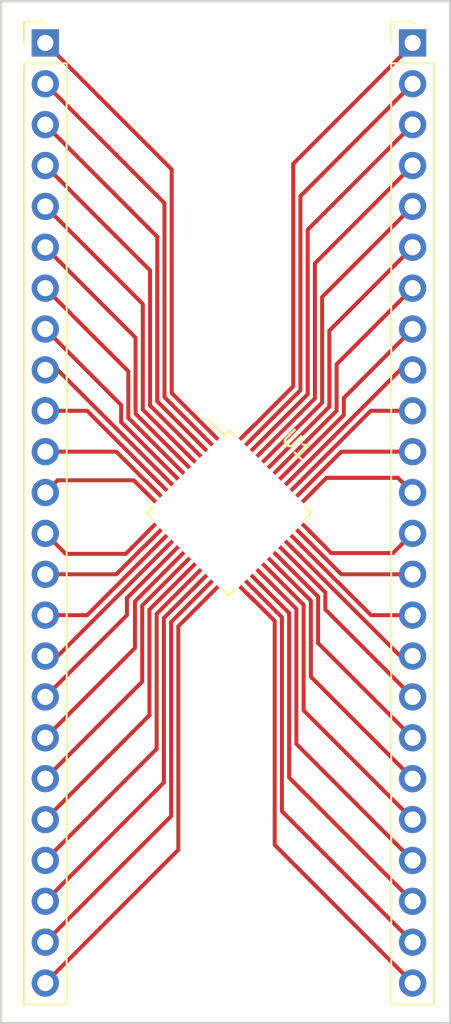
<source format=kicad_pcb>
(kicad_pcb (version 4) (host pcbnew 4.0.6)

  (general
    (links 48)
    (no_connects 0)
    (area 0 0 0 0)
    (thickness 1.6)
    (drawings 4)
    (tracks 177)
    (zones 0)
    (modules 3)
    (nets 49)
  )

  (page A4)
  (layers
    (0 F.Cu signal)
    (31 B.Cu signal)
    (32 B.Adhes user)
    (33 F.Adhes user)
    (34 B.Paste user)
    (35 F.Paste user)
    (36 B.SilkS user)
    (37 F.SilkS user)
    (38 B.Mask user)
    (39 F.Mask user)
    (40 Dwgs.User user)
    (41 Cmts.User user)
    (42 Eco1.User user)
    (43 Eco2.User user)
    (44 Edge.Cuts user)
    (45 Margin user)
    (46 B.CrtYd user)
    (47 F.CrtYd user)
    (48 B.Fab user)
    (49 F.Fab user)
  )

  (setup
    (last_trace_width 0.25)
    (trace_clearance 0.2)
    (zone_clearance 0.508)
    (zone_45_only no)
    (trace_min 0.2)
    (segment_width 0.2)
    (edge_width 0.15)
    (via_size 0.6)
    (via_drill 0.4)
    (via_min_size 0.4)
    (via_min_drill 0.3)
    (uvia_size 0.3)
    (uvia_drill 0.1)
    (uvias_allowed no)
    (uvia_min_size 0.2)
    (uvia_min_drill 0.1)
    (pcb_text_width 0.3)
    (pcb_text_size 1.5 1.5)
    (mod_edge_width 0.15)
    (mod_text_size 1 1)
    (mod_text_width 0.15)
    (pad_size 1.524 1.524)
    (pad_drill 0.762)
    (pad_to_mask_clearance 0.2)
    (aux_axis_origin 0 0)
    (visible_elements FFFFF77F)
    (pcbplotparams
      (layerselection 0x00030_80000001)
      (usegerberextensions false)
      (excludeedgelayer true)
      (linewidth 0.101600)
      (plotframeref false)
      (viasonmask false)
      (mode 1)
      (useauxorigin false)
      (hpglpennumber 1)
      (hpglpenspeed 20)
      (hpglpendiameter 15)
      (hpglpenoverlay 2)
      (psnegative false)
      (psa4output false)
      (plotreference true)
      (plotvalue true)
      (plotinvisibletext false)
      (padsonsilk false)
      (subtractmaskfromsilk false)
      (outputformat 1)
      (mirror false)
      (drillshape 1)
      (scaleselection 1)
      (outputdirectory ""))
  )

  (net 0 "")
  (net 1 "Net-(J1-Pad1)")
  (net 2 "Net-(J1-Pad2)")
  (net 3 "Net-(J1-Pad3)")
  (net 4 "Net-(J1-Pad4)")
  (net 5 "Net-(J1-Pad5)")
  (net 6 "Net-(J1-Pad6)")
  (net 7 "Net-(J1-Pad7)")
  (net 8 "Net-(J1-Pad8)")
  (net 9 "Net-(J1-Pad9)")
  (net 10 "Net-(J1-Pad10)")
  (net 11 "Net-(J1-Pad11)")
  (net 12 "Net-(J1-Pad12)")
  (net 13 "Net-(J1-Pad13)")
  (net 14 "Net-(J1-Pad14)")
  (net 15 "Net-(J1-Pad15)")
  (net 16 "Net-(J1-Pad16)")
  (net 17 "Net-(J1-Pad17)")
  (net 18 "Net-(J1-Pad18)")
  (net 19 "Net-(J1-Pad19)")
  (net 20 "Net-(J1-Pad20)")
  (net 21 "Net-(J1-Pad21)")
  (net 22 "Net-(J1-Pad22)")
  (net 23 "Net-(J1-Pad23)")
  (net 24 "Net-(J1-Pad24)")
  (net 25 "Net-(J2-Pad1)")
  (net 26 "Net-(J2-Pad2)")
  (net 27 "Net-(J2-Pad3)")
  (net 28 "Net-(J2-Pad4)")
  (net 29 "Net-(J2-Pad5)")
  (net 30 "Net-(J2-Pad6)")
  (net 31 "Net-(J2-Pad7)")
  (net 32 "Net-(J2-Pad8)")
  (net 33 "Net-(J2-Pad9)")
  (net 34 "Net-(J2-Pad10)")
  (net 35 "Net-(J2-Pad11)")
  (net 36 "Net-(J2-Pad12)")
  (net 37 "Net-(J2-Pad13)")
  (net 38 "Net-(J2-Pad14)")
  (net 39 "Net-(J2-Pad15)")
  (net 40 "Net-(J2-Pad16)")
  (net 41 "Net-(J2-Pad17)")
  (net 42 "Net-(J2-Pad18)")
  (net 43 "Net-(J2-Pad19)")
  (net 44 "Net-(J2-Pad20)")
  (net 45 "Net-(J2-Pad21)")
  (net 46 "Net-(J2-Pad22)")
  (net 47 "Net-(J2-Pad23)")
  (net 48 "Net-(J2-Pad24)")

  (net_class Default "This is the default net class."
    (clearance 0.2)
    (trace_width 0.25)
    (via_dia 0.6)
    (via_drill 0.4)
    (uvia_dia 0.3)
    (uvia_drill 0.1)
    (add_net "Net-(J1-Pad1)")
    (add_net "Net-(J1-Pad10)")
    (add_net "Net-(J1-Pad11)")
    (add_net "Net-(J1-Pad12)")
    (add_net "Net-(J1-Pad13)")
    (add_net "Net-(J1-Pad14)")
    (add_net "Net-(J1-Pad15)")
    (add_net "Net-(J1-Pad16)")
    (add_net "Net-(J1-Pad17)")
    (add_net "Net-(J1-Pad18)")
    (add_net "Net-(J1-Pad19)")
    (add_net "Net-(J1-Pad2)")
    (add_net "Net-(J1-Pad20)")
    (add_net "Net-(J1-Pad21)")
    (add_net "Net-(J1-Pad22)")
    (add_net "Net-(J1-Pad23)")
    (add_net "Net-(J1-Pad24)")
    (add_net "Net-(J1-Pad3)")
    (add_net "Net-(J1-Pad4)")
    (add_net "Net-(J1-Pad5)")
    (add_net "Net-(J1-Pad6)")
    (add_net "Net-(J1-Pad7)")
    (add_net "Net-(J1-Pad8)")
    (add_net "Net-(J1-Pad9)")
    (add_net "Net-(J2-Pad1)")
    (add_net "Net-(J2-Pad10)")
    (add_net "Net-(J2-Pad11)")
    (add_net "Net-(J2-Pad12)")
    (add_net "Net-(J2-Pad13)")
    (add_net "Net-(J2-Pad14)")
    (add_net "Net-(J2-Pad15)")
    (add_net "Net-(J2-Pad16)")
    (add_net "Net-(J2-Pad17)")
    (add_net "Net-(J2-Pad18)")
    (add_net "Net-(J2-Pad19)")
    (add_net "Net-(J2-Pad2)")
    (add_net "Net-(J2-Pad20)")
    (add_net "Net-(J2-Pad21)")
    (add_net "Net-(J2-Pad22)")
    (add_net "Net-(J2-Pad23)")
    (add_net "Net-(J2-Pad24)")
    (add_net "Net-(J2-Pad3)")
    (add_net "Net-(J2-Pad4)")
    (add_net "Net-(J2-Pad5)")
    (add_net "Net-(J2-Pad6)")
    (add_net "Net-(J2-Pad7)")
    (add_net "Net-(J2-Pad8)")
    (add_net "Net-(J2-Pad9)")
  )

  (module Pin_Headers:Pin_Header_Straight_1x24_Pitch2.54mm (layer F.Cu) (tedit 5A071DD0) (tstamp 5A0718DB)
    (at 135.5852 75.7428)
    (descr "Through hole straight pin header, 1x24, 2.54mm pitch, single row")
    (tags "Through hole pin header THT 1x24 2.54mm single row")
    (path /5A0719CB)
    (fp_text reference J1 (at 2.8448 -0.762) (layer F.SilkS) hide
      (effects (font (size 1 1) (thickness 0.15)))
    )
    (fp_text value CONN_01X24 (at 0 60.75) (layer F.Fab) hide
      (effects (font (size 1 1) (thickness 0.15)))
    )
    (fp_line (start -0.635 -1.27) (end 1.27 -1.27) (layer F.Fab) (width 0.1))
    (fp_line (start 1.27 -1.27) (end 1.27 59.69) (layer F.Fab) (width 0.1))
    (fp_line (start 1.27 59.69) (end -1.27 59.69) (layer F.Fab) (width 0.1))
    (fp_line (start -1.27 59.69) (end -1.27 -0.635) (layer F.Fab) (width 0.1))
    (fp_line (start -1.27 -0.635) (end -0.635 -1.27) (layer F.Fab) (width 0.1))
    (fp_line (start -1.33 59.75) (end 1.33 59.75) (layer F.SilkS) (width 0.12))
    (fp_line (start -1.33 1.27) (end -1.33 59.75) (layer F.SilkS) (width 0.12))
    (fp_line (start 1.33 1.27) (end 1.33 59.75) (layer F.SilkS) (width 0.12))
    (fp_line (start -1.33 1.27) (end 1.33 1.27) (layer F.SilkS) (width 0.12))
    (fp_line (start -1.33 0) (end -1.33 -1.33) (layer F.SilkS) (width 0.12))
    (fp_line (start -1.33 -1.33) (end 0 -1.33) (layer F.SilkS) (width 0.12))
    (fp_line (start -1.8 -1.8) (end -1.8 60.2) (layer F.CrtYd) (width 0.05))
    (fp_line (start -1.8 60.2) (end 1.8 60.2) (layer F.CrtYd) (width 0.05))
    (fp_line (start 1.8 60.2) (end 1.8 -1.8) (layer F.CrtYd) (width 0.05))
    (fp_line (start 1.8 -1.8) (end -1.8 -1.8) (layer F.CrtYd) (width 0.05))
    (fp_text user %R (at 0 29.21 90) (layer F.Fab)
      (effects (font (size 1 1) (thickness 0.15)))
    )
    (pad 1 thru_hole rect (at 0 0) (size 1.7 1.7) (drill 1) (layers *.Cu *.Mask)
      (net 1 "Net-(J1-Pad1)"))
    (pad 2 thru_hole oval (at 0 2.54) (size 1.7 1.7) (drill 1) (layers *.Cu *.Mask)
      (net 2 "Net-(J1-Pad2)"))
    (pad 3 thru_hole oval (at 0 5.08) (size 1.7 1.7) (drill 1) (layers *.Cu *.Mask)
      (net 3 "Net-(J1-Pad3)"))
    (pad 4 thru_hole oval (at 0 7.62) (size 1.7 1.7) (drill 1) (layers *.Cu *.Mask)
      (net 4 "Net-(J1-Pad4)"))
    (pad 5 thru_hole oval (at 0 10.16) (size 1.7 1.7) (drill 1) (layers *.Cu *.Mask)
      (net 5 "Net-(J1-Pad5)"))
    (pad 6 thru_hole oval (at 0 12.7) (size 1.7 1.7) (drill 1) (layers *.Cu *.Mask)
      (net 6 "Net-(J1-Pad6)"))
    (pad 7 thru_hole oval (at 0 15.24) (size 1.7 1.7) (drill 1) (layers *.Cu *.Mask)
      (net 7 "Net-(J1-Pad7)"))
    (pad 8 thru_hole oval (at 0 17.78) (size 1.7 1.7) (drill 1) (layers *.Cu *.Mask)
      (net 8 "Net-(J1-Pad8)"))
    (pad 9 thru_hole oval (at 0 20.32) (size 1.7 1.7) (drill 1) (layers *.Cu *.Mask)
      (net 9 "Net-(J1-Pad9)"))
    (pad 10 thru_hole oval (at 0 22.86) (size 1.7 1.7) (drill 1) (layers *.Cu *.Mask)
      (net 10 "Net-(J1-Pad10)"))
    (pad 11 thru_hole oval (at 0 25.4) (size 1.7 1.7) (drill 1) (layers *.Cu *.Mask)
      (net 11 "Net-(J1-Pad11)"))
    (pad 12 thru_hole oval (at 0 27.94) (size 1.7 1.7) (drill 1) (layers *.Cu *.Mask)
      (net 12 "Net-(J1-Pad12)"))
    (pad 13 thru_hole oval (at 0 30.48) (size 1.7 1.7) (drill 1) (layers *.Cu *.Mask)
      (net 13 "Net-(J1-Pad13)"))
    (pad 14 thru_hole oval (at 0 33.02) (size 1.7 1.7) (drill 1) (layers *.Cu *.Mask)
      (net 14 "Net-(J1-Pad14)"))
    (pad 15 thru_hole oval (at 0 35.56) (size 1.7 1.7) (drill 1) (layers *.Cu *.Mask)
      (net 15 "Net-(J1-Pad15)"))
    (pad 16 thru_hole oval (at 0 38.1) (size 1.7 1.7) (drill 1) (layers *.Cu *.Mask)
      (net 16 "Net-(J1-Pad16)"))
    (pad 17 thru_hole oval (at 0 40.64) (size 1.7 1.7) (drill 1) (layers *.Cu *.Mask)
      (net 17 "Net-(J1-Pad17)"))
    (pad 18 thru_hole oval (at 0 43.18) (size 1.7 1.7) (drill 1) (layers *.Cu *.Mask)
      (net 18 "Net-(J1-Pad18)"))
    (pad 19 thru_hole oval (at 0 45.72) (size 1.7 1.7) (drill 1) (layers *.Cu *.Mask)
      (net 19 "Net-(J1-Pad19)"))
    (pad 20 thru_hole oval (at 0 48.26) (size 1.7 1.7) (drill 1) (layers *.Cu *.Mask)
      (net 20 "Net-(J1-Pad20)"))
    (pad 21 thru_hole oval (at 0 50.8) (size 1.7 1.7) (drill 1) (layers *.Cu *.Mask)
      (net 21 "Net-(J1-Pad21)"))
    (pad 22 thru_hole oval (at 0 53.34) (size 1.7 1.7) (drill 1) (layers *.Cu *.Mask)
      (net 22 "Net-(J1-Pad22)"))
    (pad 23 thru_hole oval (at 0 55.88) (size 1.7 1.7) (drill 1) (layers *.Cu *.Mask)
      (net 23 "Net-(J1-Pad23)"))
    (pad 24 thru_hole oval (at 0 58.42) (size 1.7 1.7) (drill 1) (layers *.Cu *.Mask)
      (net 24 "Net-(J1-Pad24)"))
    (model ${KISYS3DMOD}/Pin_Headers.3dshapes/Pin_Header_Straight_1x24_Pitch2.54mm.wrl
      (at (xyz 0 0 0))
      (scale (xyz 1 1 1))
      (rotate (xyz 0 0 0))
    )
  )

  (module Pin_Headers:Pin_Header_Straight_1x24_Pitch2.54mm (layer F.Cu) (tedit 5A071DD4) (tstamp 5A0718F7)
    (at 158.4452 75.7428)
    (descr "Through hole straight pin header, 1x24, 2.54mm pitch, single row")
    (tags "Through hole pin header THT 1x24 2.54mm single row")
    (path /5A071A1C)
    (fp_text reference J2 (at -3.048 -0.4572) (layer F.SilkS) hide
      (effects (font (size 1 1) (thickness 0.15)))
    )
    (fp_text value CONN_01X24 (at 0 60.75) (layer F.Fab) hide
      (effects (font (size 1 1) (thickness 0.15)))
    )
    (fp_line (start -0.635 -1.27) (end 1.27 -1.27) (layer F.Fab) (width 0.1))
    (fp_line (start 1.27 -1.27) (end 1.27 59.69) (layer F.Fab) (width 0.1))
    (fp_line (start 1.27 59.69) (end -1.27 59.69) (layer F.Fab) (width 0.1))
    (fp_line (start -1.27 59.69) (end -1.27 -0.635) (layer F.Fab) (width 0.1))
    (fp_line (start -1.27 -0.635) (end -0.635 -1.27) (layer F.Fab) (width 0.1))
    (fp_line (start -1.33 59.75) (end 1.33 59.75) (layer F.SilkS) (width 0.12))
    (fp_line (start -1.33 1.27) (end -1.33 59.75) (layer F.SilkS) (width 0.12))
    (fp_line (start 1.33 1.27) (end 1.33 59.75) (layer F.SilkS) (width 0.12))
    (fp_line (start -1.33 1.27) (end 1.33 1.27) (layer F.SilkS) (width 0.12))
    (fp_line (start -1.33 0) (end -1.33 -1.33) (layer F.SilkS) (width 0.12))
    (fp_line (start -1.33 -1.33) (end 0 -1.33) (layer F.SilkS) (width 0.12))
    (fp_line (start -1.8 -1.8) (end -1.8 60.2) (layer F.CrtYd) (width 0.05))
    (fp_line (start -1.8 60.2) (end 1.8 60.2) (layer F.CrtYd) (width 0.05))
    (fp_line (start 1.8 60.2) (end 1.8 -1.8) (layer F.CrtYd) (width 0.05))
    (fp_line (start 1.8 -1.8) (end -1.8 -1.8) (layer F.CrtYd) (width 0.05))
    (fp_text user %R (at 0 29.21 90) (layer F.Fab)
      (effects (font (size 1 1) (thickness 0.15)))
    )
    (pad 1 thru_hole rect (at 0 0) (size 1.7 1.7) (drill 1) (layers *.Cu *.Mask)
      (net 25 "Net-(J2-Pad1)"))
    (pad 2 thru_hole oval (at 0 2.54) (size 1.7 1.7) (drill 1) (layers *.Cu *.Mask)
      (net 26 "Net-(J2-Pad2)"))
    (pad 3 thru_hole oval (at 0 5.08) (size 1.7 1.7) (drill 1) (layers *.Cu *.Mask)
      (net 27 "Net-(J2-Pad3)"))
    (pad 4 thru_hole oval (at 0 7.62) (size 1.7 1.7) (drill 1) (layers *.Cu *.Mask)
      (net 28 "Net-(J2-Pad4)"))
    (pad 5 thru_hole oval (at 0 10.16) (size 1.7 1.7) (drill 1) (layers *.Cu *.Mask)
      (net 29 "Net-(J2-Pad5)"))
    (pad 6 thru_hole oval (at 0 12.7) (size 1.7 1.7) (drill 1) (layers *.Cu *.Mask)
      (net 30 "Net-(J2-Pad6)"))
    (pad 7 thru_hole oval (at 0 15.24) (size 1.7 1.7) (drill 1) (layers *.Cu *.Mask)
      (net 31 "Net-(J2-Pad7)"))
    (pad 8 thru_hole oval (at 0 17.78) (size 1.7 1.7) (drill 1) (layers *.Cu *.Mask)
      (net 32 "Net-(J2-Pad8)"))
    (pad 9 thru_hole oval (at 0 20.32) (size 1.7 1.7) (drill 1) (layers *.Cu *.Mask)
      (net 33 "Net-(J2-Pad9)"))
    (pad 10 thru_hole oval (at 0 22.86) (size 1.7 1.7) (drill 1) (layers *.Cu *.Mask)
      (net 34 "Net-(J2-Pad10)"))
    (pad 11 thru_hole oval (at 0 25.4) (size 1.7 1.7) (drill 1) (layers *.Cu *.Mask)
      (net 35 "Net-(J2-Pad11)"))
    (pad 12 thru_hole oval (at 0 27.94) (size 1.7 1.7) (drill 1) (layers *.Cu *.Mask)
      (net 36 "Net-(J2-Pad12)"))
    (pad 13 thru_hole oval (at 0 30.48) (size 1.7 1.7) (drill 1) (layers *.Cu *.Mask)
      (net 37 "Net-(J2-Pad13)"))
    (pad 14 thru_hole oval (at 0 33.02) (size 1.7 1.7) (drill 1) (layers *.Cu *.Mask)
      (net 38 "Net-(J2-Pad14)"))
    (pad 15 thru_hole oval (at 0 35.56) (size 1.7 1.7) (drill 1) (layers *.Cu *.Mask)
      (net 39 "Net-(J2-Pad15)"))
    (pad 16 thru_hole oval (at 0 38.1) (size 1.7 1.7) (drill 1) (layers *.Cu *.Mask)
      (net 40 "Net-(J2-Pad16)"))
    (pad 17 thru_hole oval (at 0 40.64) (size 1.7 1.7) (drill 1) (layers *.Cu *.Mask)
      (net 41 "Net-(J2-Pad17)"))
    (pad 18 thru_hole oval (at 0 43.18) (size 1.7 1.7) (drill 1) (layers *.Cu *.Mask)
      (net 42 "Net-(J2-Pad18)"))
    (pad 19 thru_hole oval (at 0 45.72) (size 1.7 1.7) (drill 1) (layers *.Cu *.Mask)
      (net 43 "Net-(J2-Pad19)"))
    (pad 20 thru_hole oval (at 0 48.26) (size 1.7 1.7) (drill 1) (layers *.Cu *.Mask)
      (net 44 "Net-(J2-Pad20)"))
    (pad 21 thru_hole oval (at 0 50.8) (size 1.7 1.7) (drill 1) (layers *.Cu *.Mask)
      (net 45 "Net-(J2-Pad21)"))
    (pad 22 thru_hole oval (at 0 53.34) (size 1.7 1.7) (drill 1) (layers *.Cu *.Mask)
      (net 46 "Net-(J2-Pad22)"))
    (pad 23 thru_hole oval (at 0 55.88) (size 1.7 1.7) (drill 1) (layers *.Cu *.Mask)
      (net 47 "Net-(J2-Pad23)"))
    (pad 24 thru_hole oval (at 0 58.42) (size 1.7 1.7) (drill 1) (layers *.Cu *.Mask)
      (net 48 "Net-(J2-Pad24)"))
    (model ${KISYS3DMOD}/Pin_Headers.3dshapes/Pin_Header_Straight_1x24_Pitch2.54mm.wrl
      (at (xyz 0 0 0))
      (scale (xyz 1 1 1))
      (rotate (xyz 0 0 0))
    )
  )

  (module BreakoutBoards:TQFP-48_7x7mm_Pitch0.5mm (layer F.Cu) (tedit 5A071DDD) (tstamp 5A07193E)
    (at 147.0152 104.9528 315)
    (descr "48 LEAD TQFP 7x7mm (see MICREL TQFP7x7-48LD-PL-1.pdf)")
    (tags "QFP 0.5")
    (path /5A071830)
    (attr smd)
    (fp_text reference U1 (at 0 -6 315) (layer F.SilkS)
      (effects (font (size 1 1) (thickness 0.15)))
    )
    (fp_text value TQFP-48 (at 0 6 315) (layer F.Fab) hide
      (effects (font (size 1 1) (thickness 0.15)))
    )
    (fp_text user %R (at 0 0 315) (layer F.Fab)
      (effects (font (size 1 1) (thickness 0.15)))
    )
    (fp_line (start -2.5 -3.5) (end 3.5 -3.5) (layer F.Fab) (width 0.15))
    (fp_line (start 3.5 -3.5) (end 3.5 3.5) (layer F.Fab) (width 0.15))
    (fp_line (start 3.5 3.5) (end -3.5 3.5) (layer F.Fab) (width 0.15))
    (fp_line (start -3.5 3.5) (end -3.5 -2.5) (layer F.Fab) (width 0.15))
    (fp_line (start -3.5 -2.5) (end -2.5 -3.5) (layer F.Fab) (width 0.15))
    (fp_line (start -5.25 -5.25) (end -5.25 5.25) (layer F.CrtYd) (width 0.05))
    (fp_line (start 5.25 -5.25) (end 5.25 5.25) (layer F.CrtYd) (width 0.05))
    (fp_line (start -5.25 -5.25) (end 5.25 -5.25) (layer F.CrtYd) (width 0.05))
    (fp_line (start -5.25 5.25) (end 5.25 5.25) (layer F.CrtYd) (width 0.05))
    (fp_line (start -3.625 -3.625) (end -3.625 -3.2) (layer F.SilkS) (width 0.15))
    (fp_line (start 3.625 -3.625) (end 3.625 -3.1) (layer F.SilkS) (width 0.15))
    (fp_line (start 3.625 3.625) (end 3.625 3.1) (layer F.SilkS) (width 0.15))
    (fp_line (start -3.625 3.625) (end -3.625 3.1) (layer F.SilkS) (width 0.15))
    (fp_line (start -3.625 -3.625) (end -3.1 -3.625) (layer F.SilkS) (width 0.15))
    (fp_line (start -3.625 3.625) (end -3.1 3.625) (layer F.SilkS) (width 0.15))
    (fp_line (start 3.625 3.625) (end 3.1 3.625) (layer F.SilkS) (width 0.15))
    (fp_line (start 3.625 -3.625) (end 3.1 -3.625) (layer F.SilkS) (width 0.15))
    (fp_line (start -3.625 -3.2) (end -5 -3.2) (layer F.SilkS) (width 0.15))
    (pad 1 smd rect (at -4.35 -2.75 315) (size 1.3 0.25) (layers F.Cu F.Paste F.Mask)
      (net 1 "Net-(J1-Pad1)"))
    (pad 2 smd rect (at -4.35 -2.25 315) (size 1.3 0.25) (layers F.Cu F.Paste F.Mask)
      (net 2 "Net-(J1-Pad2)"))
    (pad 3 smd rect (at -4.35 -1.75 315) (size 1.3 0.25) (layers F.Cu F.Paste F.Mask)
      (net 3 "Net-(J1-Pad3)"))
    (pad 4 smd rect (at -4.35 -1.25 315) (size 1.3 0.25) (layers F.Cu F.Paste F.Mask)
      (net 4 "Net-(J1-Pad4)"))
    (pad 5 smd rect (at -4.35 -0.75 315) (size 1.3 0.25) (layers F.Cu F.Paste F.Mask)
      (net 5 "Net-(J1-Pad5)"))
    (pad 6 smd rect (at -4.35 -0.25 315) (size 1.3 0.25) (layers F.Cu F.Paste F.Mask)
      (net 6 "Net-(J1-Pad6)"))
    (pad 7 smd rect (at -4.35 0.25 315) (size 1.3 0.25) (layers F.Cu F.Paste F.Mask)
      (net 7 "Net-(J1-Pad7)"))
    (pad 8 smd rect (at -4.35 0.75 315) (size 1.3 0.25) (layers F.Cu F.Paste F.Mask)
      (net 8 "Net-(J1-Pad8)"))
    (pad 9 smd rect (at -4.35 1.25 315) (size 1.3 0.25) (layers F.Cu F.Paste F.Mask)
      (net 9 "Net-(J1-Pad9)"))
    (pad 10 smd rect (at -4.35 1.75 315) (size 1.3 0.25) (layers F.Cu F.Paste F.Mask)
      (net 10 "Net-(J1-Pad10)"))
    (pad 11 smd rect (at -4.35 2.25 315) (size 1.3 0.25) (layers F.Cu F.Paste F.Mask)
      (net 11 "Net-(J1-Pad11)"))
    (pad 12 smd rect (at -4.35 2.75 315) (size 1.3 0.25) (layers F.Cu F.Paste F.Mask)
      (net 12 "Net-(J1-Pad12)"))
    (pad 13 smd rect (at -2.75 4.35 45) (size 1.3 0.25) (layers F.Cu F.Paste F.Mask)
      (net 13 "Net-(J1-Pad13)"))
    (pad 14 smd rect (at -2.25 4.35 45) (size 1.3 0.25) (layers F.Cu F.Paste F.Mask)
      (net 14 "Net-(J1-Pad14)"))
    (pad 15 smd rect (at -1.75 4.35 45) (size 1.3 0.25) (layers F.Cu F.Paste F.Mask)
      (net 15 "Net-(J1-Pad15)"))
    (pad 16 smd rect (at -1.25 4.35 45) (size 1.3 0.25) (layers F.Cu F.Paste F.Mask)
      (net 16 "Net-(J1-Pad16)"))
    (pad 17 smd rect (at -0.75 4.35 45) (size 1.3 0.25) (layers F.Cu F.Paste F.Mask)
      (net 17 "Net-(J1-Pad17)"))
    (pad 18 smd rect (at -0.25 4.35 45) (size 1.3 0.25) (layers F.Cu F.Paste F.Mask)
      (net 18 "Net-(J1-Pad18)"))
    (pad 19 smd rect (at 0.25 4.35 45) (size 1.3 0.25) (layers F.Cu F.Paste F.Mask)
      (net 19 "Net-(J1-Pad19)"))
    (pad 20 smd rect (at 0.75 4.35 45) (size 1.3 0.25) (layers F.Cu F.Paste F.Mask)
      (net 20 "Net-(J1-Pad20)"))
    (pad 21 smd rect (at 1.25 4.35 45) (size 1.3 0.25) (layers F.Cu F.Paste F.Mask)
      (net 21 "Net-(J1-Pad21)"))
    (pad 22 smd rect (at 1.75 4.35 45) (size 1.3 0.25) (layers F.Cu F.Paste F.Mask)
      (net 22 "Net-(J1-Pad22)"))
    (pad 23 smd rect (at 2.25 4.35 45) (size 1.3 0.25) (layers F.Cu F.Paste F.Mask)
      (net 23 "Net-(J1-Pad23)"))
    (pad 24 smd rect (at 2.75 4.35 45) (size 1.3 0.25) (layers F.Cu F.Paste F.Mask)
      (net 24 "Net-(J1-Pad24)"))
    (pad 25 smd rect (at 4.35 2.75 315) (size 1.3 0.25) (layers F.Cu F.Paste F.Mask)
      (net 48 "Net-(J2-Pad24)"))
    (pad 26 smd rect (at 4.35 2.25 315) (size 1.3 0.25) (layers F.Cu F.Paste F.Mask)
      (net 47 "Net-(J2-Pad23)"))
    (pad 27 smd rect (at 4.35 1.75 315) (size 1.3 0.25) (layers F.Cu F.Paste F.Mask)
      (net 46 "Net-(J2-Pad22)"))
    (pad 28 smd rect (at 4.35 1.25 315) (size 1.3 0.25) (layers F.Cu F.Paste F.Mask)
      (net 45 "Net-(J2-Pad21)"))
    (pad 29 smd rect (at 4.35 0.75 315) (size 1.3 0.25) (layers F.Cu F.Paste F.Mask)
      (net 44 "Net-(J2-Pad20)"))
    (pad 30 smd rect (at 4.35 0.25 315) (size 1.3 0.25) (layers F.Cu F.Paste F.Mask)
      (net 43 "Net-(J2-Pad19)"))
    (pad 31 smd rect (at 4.35 -0.25 315) (size 1.3 0.25) (layers F.Cu F.Paste F.Mask)
      (net 42 "Net-(J2-Pad18)"))
    (pad 32 smd rect (at 4.35 -0.75 315) (size 1.3 0.25) (layers F.Cu F.Paste F.Mask)
      (net 41 "Net-(J2-Pad17)"))
    (pad 33 smd rect (at 4.35 -1.25 315) (size 1.3 0.25) (layers F.Cu F.Paste F.Mask)
      (net 40 "Net-(J2-Pad16)"))
    (pad 34 smd rect (at 4.35 -1.75 315) (size 1.3 0.25) (layers F.Cu F.Paste F.Mask)
      (net 39 "Net-(J2-Pad15)"))
    (pad 35 smd rect (at 4.35 -2.25 315) (size 1.3 0.25) (layers F.Cu F.Paste F.Mask)
      (net 38 "Net-(J2-Pad14)"))
    (pad 36 smd rect (at 4.35 -2.75 315) (size 1.3 0.25) (layers F.Cu F.Paste F.Mask)
      (net 37 "Net-(J2-Pad13)"))
    (pad 37 smd rect (at 2.75 -4.35 45) (size 1.3 0.25) (layers F.Cu F.Paste F.Mask)
      (net 36 "Net-(J2-Pad12)"))
    (pad 38 smd rect (at 2.25 -4.35 45) (size 1.3 0.25) (layers F.Cu F.Paste F.Mask)
      (net 35 "Net-(J2-Pad11)"))
    (pad 39 smd rect (at 1.75 -4.35 45) (size 1.3 0.25) (layers F.Cu F.Paste F.Mask)
      (net 34 "Net-(J2-Pad10)"))
    (pad 40 smd rect (at 1.25 -4.35 45) (size 1.3 0.25) (layers F.Cu F.Paste F.Mask)
      (net 33 "Net-(J2-Pad9)"))
    (pad 41 smd rect (at 0.75 -4.35 45) (size 1.3 0.25) (layers F.Cu F.Paste F.Mask)
      (net 32 "Net-(J2-Pad8)"))
    (pad 42 smd rect (at 0.25 -4.35 45) (size 1.3 0.25) (layers F.Cu F.Paste F.Mask)
      (net 31 "Net-(J2-Pad7)"))
    (pad 43 smd rect (at -0.25 -4.35 45) (size 1.3 0.25) (layers F.Cu F.Paste F.Mask)
      (net 30 "Net-(J2-Pad6)"))
    (pad 44 smd rect (at -0.75 -4.35 45) (size 1.3 0.25) (layers F.Cu F.Paste F.Mask)
      (net 29 "Net-(J2-Pad5)"))
    (pad 45 smd rect (at -1.25 -4.35 45) (size 1.3 0.25) (layers F.Cu F.Paste F.Mask)
      (net 28 "Net-(J2-Pad4)"))
    (pad 46 smd rect (at -1.75 -4.35 45) (size 1.3 0.25) (layers F.Cu F.Paste F.Mask)
      (net 27 "Net-(J2-Pad3)"))
    (pad 47 smd rect (at -2.25 -4.35 45) (size 1.3 0.25) (layers F.Cu F.Paste F.Mask)
      (net 26 "Net-(J2-Pad2)"))
    (pad 48 smd rect (at -2.75 -4.35 45) (size 1.3 0.25) (layers F.Cu F.Paste F.Mask)
      (net 25 "Net-(J2-Pad1)"))
    (model ${KISYS3DMOD}/Housings_QFP.3dshapes/TQFP-48_7x7mm_Pitch0.5mm.wrl
      (at (xyz 0 0 0))
      (scale (xyz 1 1 1))
      (rotate (xyz 0 0 0))
    )
  )

  (gr_line (start 160.782 73.152) (end 132.842 73.152) (angle 90) (layer Edge.Cuts) (width 0.15))
  (gr_line (start 160.782 136.652) (end 160.782 73.152) (angle 90) (layer Edge.Cuts) (width 0.15))
  (gr_line (start 132.842 136.652) (end 160.782 136.652) (angle 90) (layer Edge.Cuts) (width 0.15))
  (gr_line (start 132.842 73.152) (end 132.842 136.652) (angle 90) (layer Edge.Cuts) (width 0.15))

  (segment (start 145.883187 99.932342) (end 143.453622 97.502777) (width 0.25) (layer F.Cu) (net 1))
  (segment (start 143.453622 83.610188) (end 135.585717 75.742283) (width 0.25) (layer F.Cu) (net 1))
  (segment (start 145.883829 99.932342) (end 145.883187 99.932342) (width 0.25) (layer F.Cu) (net 1))
  (segment (start 143.453622 97.502777) (end 143.453622 83.610188) (width 0.25) (layer F.Cu) (net 1))
  (segment (start 135.585717 75.742283) (end 135.5852 75.7428) (width 0.25) (layer F.Cu) (net 1))
  (segment (start 143.003611 85.701211) (end 136.435199 79.132799) (width 0.25) (layer F.Cu) (net 2))
  (segment (start 136.435199 79.132799) (end 135.5852 78.2828) (width 0.25) (layer F.Cu) (net 2))
  (segment (start 145.530276 100.285895) (end 143.003611 97.75923) (width 0.25) (layer F.Cu) (net 2))
  (segment (start 143.003611 97.75923) (end 143.003611 85.701211) (width 0.25) (layer F.Cu) (net 2))
  (segment (start 142.5536 98.016327) (end 142.5536 87.7912) (width 0.25) (layer F.Cu) (net 3))
  (segment (start 142.5536 87.7912) (end 136.435199 81.672799) (width 0.25) (layer F.Cu) (net 3))
  (segment (start 136.435199 81.672799) (end 135.5852 80.8228) (width 0.25) (layer F.Cu) (net 3))
  (segment (start 145.176722 100.639449) (end 142.5536 98.016327) (width 0.25) (layer F.Cu) (net 3))
  (segment (start 136.435199 84.212799) (end 135.5852 83.3628) (width 0.25) (layer F.Cu) (net 4))
  (segment (start 142.103589 98.273422) (end 142.103589 89.881189) (width 0.25) (layer F.Cu) (net 4))
  (segment (start 142.103589 89.881189) (end 136.435199 84.212799) (width 0.25) (layer F.Cu) (net 4))
  (segment (start 144.823169 100.993002) (end 142.103589 98.273422) (width 0.25) (layer F.Cu) (net 4))
  (segment (start 144.469616 101.346555) (end 141.653578 98.530517) (width 0.25) (layer F.Cu) (net 5))
  (segment (start 141.653578 98.530517) (end 141.653578 91.971178) (width 0.25) (layer F.Cu) (net 5))
  (segment (start 136.435199 86.752799) (end 135.5852 85.9028) (width 0.25) (layer F.Cu) (net 5))
  (segment (start 141.653578 91.971178) (end 136.435199 86.752799) (width 0.25) (layer F.Cu) (net 5))
  (segment (start 141.203567 94.061167) (end 136.435199 89.292799) (width 0.25) (layer F.Cu) (net 6))
  (segment (start 141.203567 98.787614) (end 141.203567 94.061167) (width 0.25) (layer F.Cu) (net 6))
  (segment (start 136.435199 89.292799) (end 135.5852 88.4428) (width 0.25) (layer F.Cu) (net 6))
  (segment (start 144.116062 101.700109) (end 141.203567 98.787614) (width 0.25) (layer F.Cu) (net 6))
  (segment (start 136.435199 91.832799) (end 135.5852 90.9828) (width 0.25) (layer F.Cu) (net 7))
  (segment (start 140.753556 96.151156) (end 136.435199 91.832799) (width 0.25) (layer F.Cu) (net 7))
  (segment (start 140.753556 99.044709) (end 140.753556 96.151156) (width 0.25) (layer F.Cu) (net 7))
  (segment (start 143.762509 102.053662) (end 140.753556 99.044709) (width 0.25) (layer F.Cu) (net 7))
  (segment (start 136.435199 94.372799) (end 135.5852 93.5228) (width 0.25) (layer F.Cu) (net 8))
  (segment (start 140.303545 98.241145) (end 136.435199 94.372799) (width 0.25) (layer F.Cu) (net 8))
  (segment (start 140.303545 99.301806) (end 140.303545 98.241145) (width 0.25) (layer F.Cu) (net 8))
  (segment (start 143.408955 102.407216) (end 140.303545 99.301806) (width 0.25) (layer F.Cu) (net 8))
  (segment (start 143.055402 102.760769) (end 136.357433 96.0628) (width 0.25) (layer F.Cu) (net 9))
  (segment (start 136.357433 96.0628) (end 135.5852 96.0628) (width 0.25) (layer F.Cu) (net 9))
  (segment (start 142.701849 103.114322) (end 138.190327 98.6028) (width 0.25) (layer F.Cu) (net 10))
  (segment (start 138.190327 98.6028) (end 135.5852 98.6028) (width 0.25) (layer F.Cu) (net 10))
  (segment (start 141.799547 102.937547) (end 140.0048 101.1428) (width 0.25) (layer F.Cu) (net 11))
  (segment (start 140.0048 101.1428) (end 135.5852 101.1428) (width 0.25) (layer F.Cu) (net 11))
  (segment (start 142.348295 103.467876) (end 141.817966 102.937547) (width 0.25) (layer F.Cu) (net 11))
  (segment (start 141.817966 102.937547) (end 141.799547 102.937547) (width 0.25) (layer F.Cu) (net 11))
  (segment (start 141.994742 103.821429) (end 141.985784 103.821429) (width 0.25) (layer F.Cu) (net 12))
  (segment (start 141.985784 103.821429) (end 141.085419 102.921064) (width 0.25) (layer F.Cu) (net 12))
  (segment (start 141.085419 102.921064) (end 136.346936 102.921064) (width 0.25) (layer F.Cu) (net 12))
  (segment (start 136.346936 102.921064) (end 135.5852 103.6828) (width 0.25) (layer F.Cu) (net 12))
  (segment (start 141.994742 106.084171) (end 141.994742 106.090687) (width 0.25) (layer F.Cu) (net 13))
  (segment (start 141.994742 106.090687) (end 140.592629 107.4928) (width 0.25) (layer F.Cu) (net 13))
  (segment (start 140.592629 107.4928) (end 136.8552 107.4928) (width 0.25) (layer F.Cu) (net 13))
  (segment (start 136.8552 107.4928) (end 135.5852 106.2228) (width 0.25) (layer F.Cu) (net 13))
  (segment (start 141.799547 106.968053) (end 140.0048 108.7628) (width 0.25) (layer F.Cu) (net 14))
  (segment (start 140.0048 108.7628) (end 135.5852 108.7628) (width 0.25) (layer F.Cu) (net 14))
  (segment (start 142.348295 106.437724) (end 141.817966 106.968053) (width 0.25) (layer F.Cu) (net 14))
  (segment (start 141.817966 106.968053) (end 141.799547 106.968053) (width 0.25) (layer F.Cu) (net 14))
  (segment (start 142.701849 106.791278) (end 138.190327 111.3028) (width 0.25) (layer F.Cu) (net 15))
  (segment (start 138.190327 111.3028) (end 135.5852 111.3028) (width 0.25) (layer F.Cu) (net 15))
  (segment (start 143.055402 107.144831) (end 136.357433 113.8428) (width 0.25) (layer F.Cu) (net 16))
  (segment (start 136.357433 113.8428) (end 135.5852 113.8428) (width 0.25) (layer F.Cu) (net 16))
  (segment (start 140.6652 110.242139) (end 140.6652 111.3028) (width 0.25) (layer F.Cu) (net 17))
  (segment (start 140.6652 111.3028) (end 135.5852 116.3828) (width 0.25) (layer F.Cu) (net 17))
  (segment (start 143.408955 107.498384) (end 140.6652 110.242139) (width 0.25) (layer F.Cu) (net 17))
  (segment (start 136.435199 118.072801) (end 135.5852 118.9228) (width 0.25) (layer F.Cu) (net 18))
  (segment (start 141.165635 113.342365) (end 136.435199 118.072801) (width 0.25) (layer F.Cu) (net 18))
  (segment (start 143.762509 107.851938) (end 141.165635 110.448812) (width 0.25) (layer F.Cu) (net 18))
  (segment (start 141.165635 110.448812) (end 141.165635 113.342365) (width 0.25) (layer F.Cu) (net 18))
  (segment (start 141.615646 115.432354) (end 136.435199 120.612801) (width 0.25) (layer F.Cu) (net 19))
  (segment (start 136.435199 120.612801) (end 135.5852 121.4628) (width 0.25) (layer F.Cu) (net 19))
  (segment (start 141.615646 110.705907) (end 141.615646 115.432354) (width 0.25) (layer F.Cu) (net 19))
  (segment (start 144.116062 108.205491) (end 141.615646 110.705907) (width 0.25) (layer F.Cu) (net 19))
  (segment (start 136.435199 123.152801) (end 135.5852 124.0028) (width 0.25) (layer F.Cu) (net 20))
  (segment (start 142.065657 117.522343) (end 136.435199 123.152801) (width 0.25) (layer F.Cu) (net 20))
  (segment (start 142.065657 110.963004) (end 142.065657 117.522343) (width 0.25) (layer F.Cu) (net 20))
  (segment (start 144.469616 108.559045) (end 142.065657 110.963004) (width 0.25) (layer F.Cu) (net 20))
  (segment (start 142.515668 111.220099) (end 142.515668 119.612332) (width 0.25) (layer F.Cu) (net 21))
  (segment (start 142.515668 119.612332) (end 136.435199 125.692801) (width 0.25) (layer F.Cu) (net 21))
  (segment (start 136.435199 125.692801) (end 135.5852 126.5428) (width 0.25) (layer F.Cu) (net 21))
  (segment (start 144.823169 108.912598) (end 142.515668 111.220099) (width 0.25) (layer F.Cu) (net 21))
  (segment (start 136.435199 128.232801) (end 135.5852 129.0828) (width 0.25) (layer F.Cu) (net 22))
  (segment (start 142.965679 121.702321) (end 136.435199 128.232801) (width 0.25) (layer F.Cu) (net 22))
  (segment (start 145.176722 109.266151) (end 142.965679 111.477194) (width 0.25) (layer F.Cu) (net 22))
  (segment (start 142.965679 111.477194) (end 142.965679 121.702321) (width 0.25) (layer F.Cu) (net 22))
  (segment (start 136.435199 130.772801) (end 135.5852 131.6228) (width 0.25) (layer F.Cu) (net 23))
  (segment (start 143.41569 123.79231) (end 136.435199 130.772801) (width 0.25) (layer F.Cu) (net 23))
  (segment (start 145.530276 109.619705) (end 143.41569 111.734291) (width 0.25) (layer F.Cu) (net 23))
  (segment (start 143.41569 111.734291) (end 143.41569 123.79231) (width 0.25) (layer F.Cu) (net 23))
  (segment (start 143.865701 125.882299) (end 136.435199 133.312801) (width 0.25) (layer F.Cu) (net 24))
  (segment (start 136.435199 133.312801) (end 135.5852 134.1628) (width 0.25) (layer F.Cu) (net 24))
  (segment (start 145.883829 109.973258) (end 143.865701 111.991386) (width 0.25) (layer F.Cu) (net 24))
  (segment (start 143.865701 111.991386) (end 143.865701 125.882299) (width 0.25) (layer F.Cu) (net 24))
  (segment (start 151.014375 97.079513) (end 151.014375 83.258698) (width 0.25) (layer F.Cu) (net 25))
  (segment (start 151.014375 83.258698) (end 158.4452 75.827873) (width 0.25) (layer F.Cu) (net 25))
  (segment (start 148.146571 99.932342) (end 148.161546 99.932342) (width 0.25) (layer F.Cu) (net 25))
  (segment (start 148.161546 99.932342) (end 151.014375 97.079513) (width 0.25) (layer F.Cu) (net 25))
  (segment (start 158.4452 75.827873) (end 158.4452 75.7428) (width 0.25) (layer F.Cu) (net 25))
  (segment (start 151.464386 85.263614) (end 157.595201 79.132799) (width 0.25) (layer F.Cu) (net 26))
  (segment (start 148.500124 100.285895) (end 151.464386 97.321633) (width 0.25) (layer F.Cu) (net 26))
  (segment (start 157.595201 79.132799) (end 158.4452 78.2828) (width 0.25) (layer F.Cu) (net 26))
  (segment (start 151.464386 97.321633) (end 151.464386 85.263614) (width 0.25) (layer F.Cu) (net 26))
  (segment (start 148.853678 100.639449) (end 151.914397 97.57873) (width 0.25) (layer F.Cu) (net 27))
  (segment (start 151.914397 87.353603) (end 157.595201 81.672799) (width 0.25) (layer F.Cu) (net 27))
  (segment (start 151.914397 97.57873) (end 151.914397 87.353603) (width 0.25) (layer F.Cu) (net 27))
  (segment (start 157.595201 81.672799) (end 158.4452 80.8228) (width 0.25) (layer F.Cu) (net 27))
  (segment (start 152.364408 89.443592) (end 157.595201 84.212799) (width 0.25) (layer F.Cu) (net 28))
  (segment (start 157.595201 84.212799) (end 158.4452 83.3628) (width 0.25) (layer F.Cu) (net 28))
  (segment (start 152.364408 97.835825) (end 152.364408 89.443592) (width 0.25) (layer F.Cu) (net 28))
  (segment (start 149.207231 100.993002) (end 152.364408 97.835825) (width 0.25) (layer F.Cu) (net 28))
  (segment (start 152.814419 98.09292) (end 152.814419 91.533581) (width 0.25) (layer F.Cu) (net 29))
  (segment (start 157.595201 86.752799) (end 158.4452 85.9028) (width 0.25) (layer F.Cu) (net 29))
  (segment (start 152.814419 91.533581) (end 157.595201 86.752799) (width 0.25) (layer F.Cu) (net 29))
  (segment (start 149.560784 101.346555) (end 152.814419 98.09292) (width 0.25) (layer F.Cu) (net 29))
  (segment (start 149.914338 101.700109) (end 153.26443 98.350017) (width 0.25) (layer F.Cu) (net 30))
  (segment (start 153.26443 98.350017) (end 153.26443 93.62357) (width 0.25) (layer F.Cu) (net 30))
  (segment (start 157.595201 89.292799) (end 158.4452 88.4428) (width 0.25) (layer F.Cu) (net 30))
  (segment (start 153.26443 93.62357) (end 157.595201 89.292799) (width 0.25) (layer F.Cu) (net 30))
  (segment (start 157.595201 91.832799) (end 158.4452 90.9828) (width 0.25) (layer F.Cu) (net 31))
  (segment (start 153.714441 95.713559) (end 157.595201 91.832799) (width 0.25) (layer F.Cu) (net 31))
  (segment (start 153.714441 98.607112) (end 153.714441 95.713559) (width 0.25) (layer F.Cu) (net 31))
  (segment (start 150.267891 102.053662) (end 153.714441 98.607112) (width 0.25) (layer F.Cu) (net 31))
  (segment (start 154.164452 98.864209) (end 154.164452 97.803548) (width 0.25) (layer F.Cu) (net 32))
  (segment (start 150.621445 102.407216) (end 154.164452 98.864209) (width 0.25) (layer F.Cu) (net 32))
  (segment (start 157.595201 94.372799) (end 158.4452 93.5228) (width 0.25) (layer F.Cu) (net 32))
  (segment (start 154.164452 97.803548) (end 157.595201 94.372799) (width 0.25) (layer F.Cu) (net 32))
  (segment (start 150.974998 102.760769) (end 157.672967 96.0628) (width 0.25) (layer F.Cu) (net 33))
  (segment (start 157.672967 96.0628) (end 158.4452 96.0628) (width 0.25) (layer F.Cu) (net 33))
  (segment (start 151.328551 103.114322) (end 155.840073 98.6028) (width 0.25) (layer F.Cu) (net 34))
  (segment (start 155.840073 98.6028) (end 158.4452 98.6028) (width 0.25) (layer F.Cu) (net 34))
  (segment (start 151.682105 103.467876) (end 154.007181 101.1428) (width 0.25) (layer F.Cu) (net 35))
  (segment (start 154.007181 101.1428) (end 158.4452 101.1428) (width 0.25) (layer F.Cu) (net 35))
  (segment (start 152.035658 103.821429) (end 152.035658 103.816492) (width 0.25) (layer F.Cu) (net 36))
  (segment (start 152.035658 103.816492) (end 153.08375 102.7684) (width 0.25) (layer F.Cu) (net 36))
  (segment (start 153.08375 102.7684) (end 157.5308 102.7684) (width 0.25) (layer F.Cu) (net 36))
  (segment (start 157.5308 102.7684) (end 158.4452 103.6828) (width 0.25) (layer F.Cu) (net 36))
  (segment (start 152.035658 106.084171) (end 152.035658 106.096111) (width 0.25) (layer F.Cu) (net 37))
  (segment (start 153.381547 107.442) (end 157.226 107.442) (width 0.25) (layer F.Cu) (net 37))
  (segment (start 152.035658 106.096111) (end 153.381547 107.442) (width 0.25) (layer F.Cu) (net 37))
  (segment (start 157.226 107.442) (end 158.4452 106.2228) (width 0.25) (layer F.Cu) (net 37))
  (segment (start 157.243119 108.7628) (end 158.4452 108.7628) (width 0.25) (layer F.Cu) (net 38))
  (segment (start 151.682105 106.437724) (end 154.007181 108.7628) (width 0.25) (layer F.Cu) (net 38))
  (segment (start 154.007181 108.7628) (end 157.243119 108.7628) (width 0.25) (layer F.Cu) (net 38))
  (segment (start 153.8224 109.2708) (end 155.8544 111.3028) (width 0.25) (layer F.Cu) (net 39))
  (segment (start 155.8544 111.3028) (end 158.4452 111.3028) (width 0.25) (layer F.Cu) (net 39))
  (segment (start 151.328551 106.791278) (end 153.808073 109.2708) (width 0.25) (layer F.Cu) (net 39))
  (segment (start 153.808073 109.2708) (end 153.8224 109.2708) (width 0.25) (layer F.Cu) (net 39))
  (segment (start 150.974998 107.144831) (end 157.593654 113.763487) (width 0.25) (layer F.Cu) (net 40))
  (segment (start 157.593654 113.763487) (end 158.365887 113.763487) (width 0.25) (layer F.Cu) (net 40))
  (segment (start 158.365887 113.763487) (end 158.4452 113.8428) (width 0.25) (layer F.Cu) (net 40))
  (segment (start 157.595201 115.532801) (end 158.4452 116.3828) (width 0.25) (layer F.Cu) (net 41))
  (segment (start 153.012118 110.949718) (end 157.595201 115.532801) (width 0.25) (layer F.Cu) (net 41))
  (segment (start 153.012118 109.889057) (end 153.012118 110.949718) (width 0.25) (layer F.Cu) (net 41))
  (segment (start 150.621445 107.498384) (end 153.012118 109.889057) (width 0.25) (layer F.Cu) (net 41))
  (segment (start 152.562107 113.039707) (end 157.595201 118.072801) (width 0.25) (layer F.Cu) (net 42))
  (segment (start 150.267891 107.851938) (end 152.562107 110.146154) (width 0.25) (layer F.Cu) (net 42))
  (segment (start 152.562107 110.146154) (end 152.562107 113.039707) (width 0.25) (layer F.Cu) (net 42))
  (segment (start 157.595201 118.072801) (end 158.4452 118.9228) (width 0.25) (layer F.Cu) (net 42))
  (segment (start 152.112096 115.129696) (end 157.595201 120.612801) (width 0.25) (layer F.Cu) (net 43))
  (segment (start 149.914338 108.205491) (end 152.112096 110.403249) (width 0.25) (layer F.Cu) (net 43))
  (segment (start 152.112096 110.403249) (end 152.112096 115.129696) (width 0.25) (layer F.Cu) (net 43))
  (segment (start 157.595201 120.612801) (end 158.4452 121.4628) (width 0.25) (layer F.Cu) (net 43))
  (segment (start 151.662085 110.660346) (end 151.662085 117.219685) (width 0.25) (layer F.Cu) (net 44))
  (segment (start 151.662085 117.219685) (end 157.595201 123.152801) (width 0.25) (layer F.Cu) (net 44))
  (segment (start 157.595201 123.152801) (end 158.4452 124.0028) (width 0.25) (layer F.Cu) (net 44))
  (segment (start 149.560784 108.559045) (end 151.662085 110.660346) (width 0.25) (layer F.Cu) (net 44))
  (segment (start 149.207231 108.912598) (end 151.212074 110.917441) (width 0.25) (layer F.Cu) (net 45))
  (segment (start 151.212074 119.309674) (end 157.595201 125.692801) (width 0.25) (layer F.Cu) (net 45))
  (segment (start 157.595201 125.692801) (end 158.4452 126.5428) (width 0.25) (layer F.Cu) (net 45))
  (segment (start 151.212074 110.917441) (end 151.212074 119.309674) (width 0.25) (layer F.Cu) (net 45))
  (segment (start 150.762063 121.399663) (end 157.595201 128.232801) (width 0.25) (layer F.Cu) (net 46))
  (segment (start 157.595201 128.232801) (end 158.4452 129.0828) (width 0.25) (layer F.Cu) (net 46))
  (segment (start 150.762063 111.174536) (end 150.762063 121.399663) (width 0.25) (layer F.Cu) (net 46))
  (segment (start 148.853678 109.266151) (end 150.762063 111.174536) (width 0.25) (layer F.Cu) (net 46))
  (segment (start 150.312052 111.431633) (end 150.312052 123.489652) (width 0.25) (layer F.Cu) (net 47))
  (segment (start 157.595201 130.772801) (end 158.4452 131.6228) (width 0.25) (layer F.Cu) (net 47))
  (segment (start 150.312052 123.489652) (end 157.595201 130.772801) (width 0.25) (layer F.Cu) (net 47))
  (segment (start 148.500124 109.619705) (end 150.312052 111.431633) (width 0.25) (layer F.Cu) (net 47))
  (segment (start 148.146571 109.973258) (end 148.172318 109.973258) (width 0.25) (layer F.Cu) (net 48))
  (segment (start 148.172318 109.973258) (end 149.862041 111.662981) (width 0.25) (layer F.Cu) (net 48))
  (segment (start 149.862041 111.662981) (end 149.862041 125.579641) (width 0.25) (layer F.Cu) (net 48))
  (segment (start 149.862041 125.579641) (end 158.4452 134.1628) (width 0.25) (layer F.Cu) (net 48))

)

</source>
